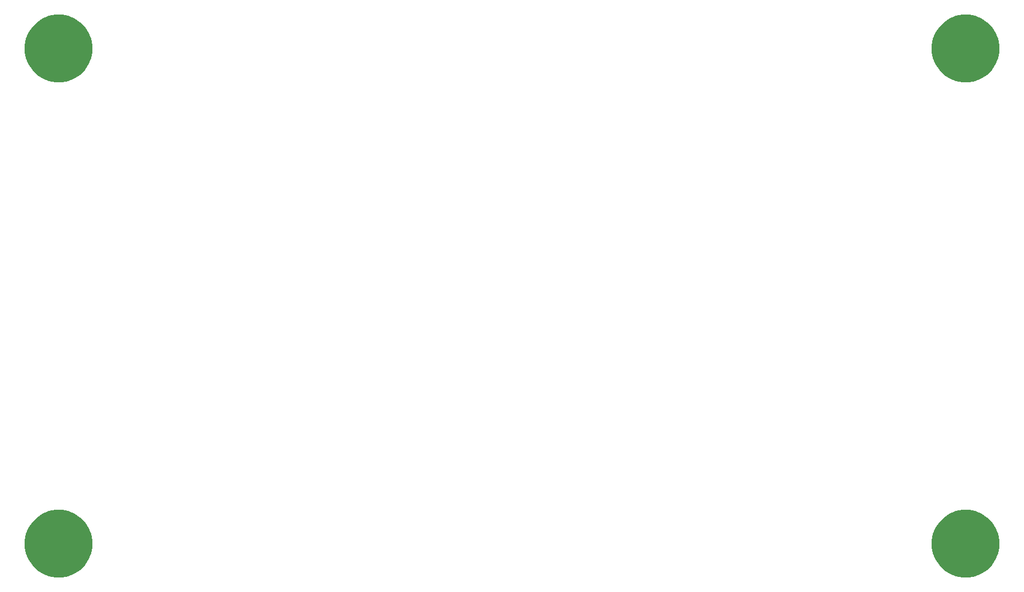
<source format=gbr>
G04 #@! TF.GenerationSoftware,KiCad,Pcbnew,(5.1.2)-1*
G04 #@! TF.CreationDate,2019-05-07T06:50:58+02:00*
G04 #@! TF.ProjectId,SBD electrode by JLCPCB,53424420-656c-4656-9374-726f64652062,rev?*
G04 #@! TF.SameCoordinates,Original*
G04 #@! TF.FileFunction,Soldermask,Top*
G04 #@! TF.FilePolarity,Negative*
%FSLAX46Y46*%
G04 Gerber Fmt 4.6, Leading zero omitted, Abs format (unit mm)*
G04 Created by KiCad (PCBNEW (5.1.2)-1) date 2019-05-07 06:50:58*
%MOMM*%
%LPD*%
G04 APERTURE LIST*
%ADD10C,0.100000*%
G04 APERTURE END LIST*
D10*
G36*
X195311009Y-118157591D02*
G01*
X195806658Y-118256181D01*
X196740440Y-118642967D01*
X197580822Y-119204492D01*
X198295508Y-119919178D01*
X198857033Y-120759560D01*
X199243819Y-121693342D01*
X199441000Y-122684641D01*
X199441000Y-123695359D01*
X199243819Y-124686658D01*
X198857033Y-125620440D01*
X198295508Y-126460822D01*
X197580822Y-127175508D01*
X196740440Y-127737033D01*
X195806658Y-128123819D01*
X195311009Y-128222409D01*
X194815361Y-128321000D01*
X193804639Y-128321000D01*
X193308991Y-128222409D01*
X192813342Y-128123819D01*
X191879560Y-127737033D01*
X191039178Y-127175508D01*
X190324492Y-126460822D01*
X189762967Y-125620440D01*
X189376181Y-124686658D01*
X189179000Y-123695359D01*
X189179000Y-122684641D01*
X189376181Y-121693342D01*
X189762967Y-120759560D01*
X190324492Y-119919178D01*
X191039178Y-119204492D01*
X191879560Y-118642967D01*
X192813342Y-118256181D01*
X193308991Y-118157591D01*
X193804639Y-118059000D01*
X194815361Y-118059000D01*
X195311009Y-118157591D01*
X195311009Y-118157591D01*
G37*
G36*
X58151009Y-118157591D02*
G01*
X58646658Y-118256181D01*
X59580440Y-118642967D01*
X60420822Y-119204492D01*
X61135508Y-119919178D01*
X61697033Y-120759560D01*
X62083819Y-121693342D01*
X62281000Y-122684641D01*
X62281000Y-123695359D01*
X62083819Y-124686658D01*
X61697033Y-125620440D01*
X61135508Y-126460822D01*
X60420822Y-127175508D01*
X59580440Y-127737033D01*
X58646658Y-128123819D01*
X58151009Y-128222409D01*
X57655361Y-128321000D01*
X56644639Y-128321000D01*
X56148991Y-128222409D01*
X55653342Y-128123819D01*
X54719560Y-127737033D01*
X53879178Y-127175508D01*
X53164492Y-126460822D01*
X52602967Y-125620440D01*
X52216181Y-124686658D01*
X52019000Y-123695359D01*
X52019000Y-122684641D01*
X52216181Y-121693342D01*
X52602967Y-120759560D01*
X53164492Y-119919178D01*
X53879178Y-119204492D01*
X54719560Y-118642967D01*
X55653342Y-118256181D01*
X56148991Y-118157591D01*
X56644639Y-118059000D01*
X57655361Y-118059000D01*
X58151009Y-118157591D01*
X58151009Y-118157591D01*
G37*
G36*
X195311008Y-43227590D02*
G01*
X195806658Y-43326181D01*
X196740440Y-43712967D01*
X197580822Y-44274492D01*
X198295508Y-44989178D01*
X198857033Y-45829560D01*
X199243819Y-46763342D01*
X199441000Y-47754641D01*
X199441000Y-48765359D01*
X199243819Y-49756658D01*
X198857033Y-50690440D01*
X198295508Y-51530822D01*
X197580822Y-52245508D01*
X196740440Y-52807033D01*
X195806658Y-53193819D01*
X195311009Y-53292409D01*
X194815361Y-53391000D01*
X193804639Y-53391000D01*
X193308991Y-53292409D01*
X192813342Y-53193819D01*
X191879560Y-52807033D01*
X191039178Y-52245508D01*
X190324492Y-51530822D01*
X189762967Y-50690440D01*
X189376181Y-49756658D01*
X189179000Y-48765359D01*
X189179000Y-47754641D01*
X189376181Y-46763342D01*
X189762967Y-45829560D01*
X190324492Y-44989178D01*
X191039178Y-44274492D01*
X191879560Y-43712967D01*
X192813342Y-43326181D01*
X193308991Y-43227591D01*
X193804639Y-43129000D01*
X194815361Y-43129000D01*
X195311008Y-43227590D01*
X195311008Y-43227590D01*
G37*
G36*
X58151008Y-43227590D02*
G01*
X58646658Y-43326181D01*
X59580440Y-43712967D01*
X60420822Y-44274492D01*
X61135508Y-44989178D01*
X61697033Y-45829560D01*
X62083819Y-46763342D01*
X62281000Y-47754641D01*
X62281000Y-48765359D01*
X62083819Y-49756658D01*
X61697033Y-50690440D01*
X61135508Y-51530822D01*
X60420822Y-52245508D01*
X59580440Y-52807033D01*
X58646658Y-53193819D01*
X58151009Y-53292409D01*
X57655361Y-53391000D01*
X56644639Y-53391000D01*
X56148991Y-53292409D01*
X55653342Y-53193819D01*
X54719560Y-52807033D01*
X53879178Y-52245508D01*
X53164492Y-51530822D01*
X52602967Y-50690440D01*
X52216181Y-49756658D01*
X52019000Y-48765359D01*
X52019000Y-47754641D01*
X52216181Y-46763342D01*
X52602967Y-45829560D01*
X53164492Y-44989178D01*
X53879178Y-44274492D01*
X54719560Y-43712967D01*
X55653342Y-43326181D01*
X56148991Y-43227591D01*
X56644639Y-43129000D01*
X57655361Y-43129000D01*
X58151008Y-43227590D01*
X58151008Y-43227590D01*
G37*
M02*

</source>
